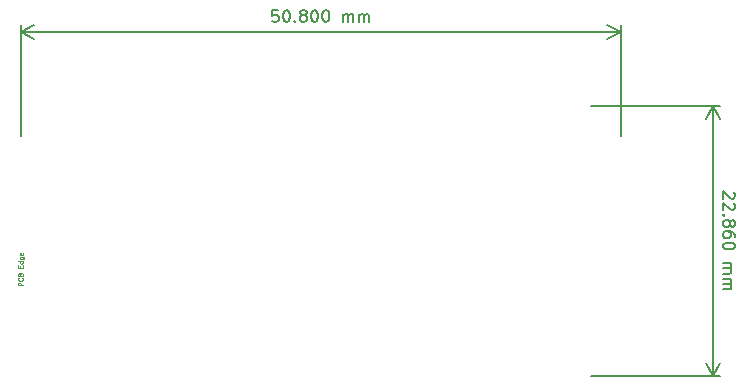
<source format=gbr>
G04 #@! TF.GenerationSoftware,KiCad,Pcbnew,(5.1.4)-1*
G04 #@! TF.CreationDate,2020-02-24T10:19:24-05:00*
G04 #@! TF.ProjectId,Feather-NEO-M9N-GPS,46656174-6865-4722-9d4e-454f2d4d394e,rev?*
G04 #@! TF.SameCoordinates,Original*
G04 #@! TF.FileFunction,Drawing*
%FSLAX46Y46*%
G04 Gerber Fmt 4.6, Leading zero omitted, Abs format (unit mm)*
G04 Created by KiCad (PCBNEW (5.1.4)-1) date 2020-02-24 10:19:24*
%MOMM*%
%LPD*%
G04 APERTURE LIST*
%ADD10C,0.150000*%
%ADD11C,0.040000*%
G04 APERTURE END LIST*
D10*
X189013880Y-81785342D02*
X189061500Y-81832961D01*
X189109119Y-81928200D01*
X189109119Y-82166295D01*
X189061500Y-82261533D01*
X189013880Y-82309152D01*
X188918642Y-82356771D01*
X188823404Y-82356771D01*
X188680547Y-82309152D01*
X188109119Y-81737723D01*
X188109119Y-82356771D01*
X189013880Y-82737723D02*
X189061500Y-82785342D01*
X189109119Y-82880580D01*
X189109119Y-83118676D01*
X189061500Y-83213914D01*
X189013880Y-83261533D01*
X188918642Y-83309152D01*
X188823404Y-83309152D01*
X188680547Y-83261533D01*
X188109119Y-82690104D01*
X188109119Y-83309152D01*
X188204357Y-83737723D02*
X188156738Y-83785342D01*
X188109119Y-83737723D01*
X188156738Y-83690104D01*
X188204357Y-83737723D01*
X188109119Y-83737723D01*
X188680547Y-84356771D02*
X188728166Y-84261533D01*
X188775785Y-84213914D01*
X188871023Y-84166295D01*
X188918642Y-84166295D01*
X189013880Y-84213914D01*
X189061500Y-84261533D01*
X189109119Y-84356771D01*
X189109119Y-84547247D01*
X189061500Y-84642485D01*
X189013880Y-84690104D01*
X188918642Y-84737723D01*
X188871023Y-84737723D01*
X188775785Y-84690104D01*
X188728166Y-84642485D01*
X188680547Y-84547247D01*
X188680547Y-84356771D01*
X188632928Y-84261533D01*
X188585309Y-84213914D01*
X188490071Y-84166295D01*
X188299595Y-84166295D01*
X188204357Y-84213914D01*
X188156738Y-84261533D01*
X188109119Y-84356771D01*
X188109119Y-84547247D01*
X188156738Y-84642485D01*
X188204357Y-84690104D01*
X188299595Y-84737723D01*
X188490071Y-84737723D01*
X188585309Y-84690104D01*
X188632928Y-84642485D01*
X188680547Y-84547247D01*
X189109119Y-85594866D02*
X189109119Y-85404390D01*
X189061500Y-85309152D01*
X189013880Y-85261533D01*
X188871023Y-85166295D01*
X188680547Y-85118676D01*
X188299595Y-85118676D01*
X188204357Y-85166295D01*
X188156738Y-85213914D01*
X188109119Y-85309152D01*
X188109119Y-85499628D01*
X188156738Y-85594866D01*
X188204357Y-85642485D01*
X188299595Y-85690104D01*
X188537690Y-85690104D01*
X188632928Y-85642485D01*
X188680547Y-85594866D01*
X188728166Y-85499628D01*
X188728166Y-85309152D01*
X188680547Y-85213914D01*
X188632928Y-85166295D01*
X188537690Y-85118676D01*
X189109119Y-86309152D02*
X189109119Y-86404390D01*
X189061500Y-86499628D01*
X189013880Y-86547247D01*
X188918642Y-86594866D01*
X188728166Y-86642485D01*
X188490071Y-86642485D01*
X188299595Y-86594866D01*
X188204357Y-86547247D01*
X188156738Y-86499628D01*
X188109119Y-86404390D01*
X188109119Y-86309152D01*
X188156738Y-86213914D01*
X188204357Y-86166295D01*
X188299595Y-86118676D01*
X188490071Y-86071057D01*
X188728166Y-86071057D01*
X188918642Y-86118676D01*
X189013880Y-86166295D01*
X189061500Y-86213914D01*
X189109119Y-86309152D01*
X188109119Y-87832961D02*
X188775785Y-87832961D01*
X188680547Y-87832961D02*
X188728166Y-87880580D01*
X188775785Y-87975819D01*
X188775785Y-88118676D01*
X188728166Y-88213914D01*
X188632928Y-88261533D01*
X188109119Y-88261533D01*
X188632928Y-88261533D02*
X188728166Y-88309152D01*
X188775785Y-88404390D01*
X188775785Y-88547247D01*
X188728166Y-88642485D01*
X188632928Y-88690104D01*
X188109119Y-88690104D01*
X188109119Y-89166295D02*
X188775785Y-89166295D01*
X188680547Y-89166295D02*
X188728166Y-89213914D01*
X188775785Y-89309152D01*
X188775785Y-89452009D01*
X188728166Y-89547247D01*
X188632928Y-89594866D01*
X188109119Y-89594866D01*
X188632928Y-89594866D02*
X188728166Y-89642485D01*
X188775785Y-89737723D01*
X188775785Y-89880580D01*
X188728166Y-89975819D01*
X188632928Y-90023438D01*
X188109119Y-90023438D01*
X187261500Y-74498200D02*
X187261500Y-97358200D01*
X176898300Y-74498200D02*
X187847921Y-74498200D01*
X176898300Y-97358200D02*
X187847921Y-97358200D01*
X187261500Y-97358200D02*
X186675079Y-96231696D01*
X187261500Y-97358200D02*
X187847921Y-96231696D01*
X187261500Y-74498200D02*
X186675079Y-75624704D01*
X187261500Y-74498200D02*
X187847921Y-75624704D01*
X150419252Y-66389480D02*
X149943061Y-66389480D01*
X149895442Y-66865671D01*
X149943061Y-66818052D01*
X150038300Y-66770433D01*
X150276395Y-66770433D01*
X150371633Y-66818052D01*
X150419252Y-66865671D01*
X150466871Y-66960909D01*
X150466871Y-67199004D01*
X150419252Y-67294242D01*
X150371633Y-67341861D01*
X150276395Y-67389480D01*
X150038300Y-67389480D01*
X149943061Y-67341861D01*
X149895442Y-67294242D01*
X151085919Y-66389480D02*
X151181157Y-66389480D01*
X151276395Y-66437100D01*
X151324014Y-66484719D01*
X151371633Y-66579957D01*
X151419252Y-66770433D01*
X151419252Y-67008528D01*
X151371633Y-67199004D01*
X151324014Y-67294242D01*
X151276395Y-67341861D01*
X151181157Y-67389480D01*
X151085919Y-67389480D01*
X150990680Y-67341861D01*
X150943061Y-67294242D01*
X150895442Y-67199004D01*
X150847823Y-67008528D01*
X150847823Y-66770433D01*
X150895442Y-66579957D01*
X150943061Y-66484719D01*
X150990680Y-66437100D01*
X151085919Y-66389480D01*
X151847823Y-67294242D02*
X151895442Y-67341861D01*
X151847823Y-67389480D01*
X151800204Y-67341861D01*
X151847823Y-67294242D01*
X151847823Y-67389480D01*
X152466871Y-66818052D02*
X152371633Y-66770433D01*
X152324014Y-66722814D01*
X152276395Y-66627576D01*
X152276395Y-66579957D01*
X152324014Y-66484719D01*
X152371633Y-66437100D01*
X152466871Y-66389480D01*
X152657347Y-66389480D01*
X152752585Y-66437100D01*
X152800204Y-66484719D01*
X152847823Y-66579957D01*
X152847823Y-66627576D01*
X152800204Y-66722814D01*
X152752585Y-66770433D01*
X152657347Y-66818052D01*
X152466871Y-66818052D01*
X152371633Y-66865671D01*
X152324014Y-66913290D01*
X152276395Y-67008528D01*
X152276395Y-67199004D01*
X152324014Y-67294242D01*
X152371633Y-67341861D01*
X152466871Y-67389480D01*
X152657347Y-67389480D01*
X152752585Y-67341861D01*
X152800204Y-67294242D01*
X152847823Y-67199004D01*
X152847823Y-67008528D01*
X152800204Y-66913290D01*
X152752585Y-66865671D01*
X152657347Y-66818052D01*
X153466871Y-66389480D02*
X153562109Y-66389480D01*
X153657347Y-66437100D01*
X153704966Y-66484719D01*
X153752585Y-66579957D01*
X153800204Y-66770433D01*
X153800204Y-67008528D01*
X153752585Y-67199004D01*
X153704966Y-67294242D01*
X153657347Y-67341861D01*
X153562109Y-67389480D01*
X153466871Y-67389480D01*
X153371633Y-67341861D01*
X153324014Y-67294242D01*
X153276395Y-67199004D01*
X153228776Y-67008528D01*
X153228776Y-66770433D01*
X153276395Y-66579957D01*
X153324014Y-66484719D01*
X153371633Y-66437100D01*
X153466871Y-66389480D01*
X154419252Y-66389480D02*
X154514490Y-66389480D01*
X154609728Y-66437100D01*
X154657347Y-66484719D01*
X154704966Y-66579957D01*
X154752585Y-66770433D01*
X154752585Y-67008528D01*
X154704966Y-67199004D01*
X154657347Y-67294242D01*
X154609728Y-67341861D01*
X154514490Y-67389480D01*
X154419252Y-67389480D01*
X154324014Y-67341861D01*
X154276395Y-67294242D01*
X154228776Y-67199004D01*
X154181157Y-67008528D01*
X154181157Y-66770433D01*
X154228776Y-66579957D01*
X154276395Y-66484719D01*
X154324014Y-66437100D01*
X154419252Y-66389480D01*
X155943061Y-67389480D02*
X155943061Y-66722814D01*
X155943061Y-66818052D02*
X155990680Y-66770433D01*
X156085919Y-66722814D01*
X156228776Y-66722814D01*
X156324014Y-66770433D01*
X156371633Y-66865671D01*
X156371633Y-67389480D01*
X156371633Y-66865671D02*
X156419252Y-66770433D01*
X156514490Y-66722814D01*
X156657347Y-66722814D01*
X156752585Y-66770433D01*
X156800204Y-66865671D01*
X156800204Y-67389480D01*
X157276395Y-67389480D02*
X157276395Y-66722814D01*
X157276395Y-66818052D02*
X157324014Y-66770433D01*
X157419252Y-66722814D01*
X157562109Y-66722814D01*
X157657347Y-66770433D01*
X157704966Y-66865671D01*
X157704966Y-67389480D01*
X157704966Y-66865671D02*
X157752585Y-66770433D01*
X157847823Y-66722814D01*
X157990680Y-66722814D01*
X158085919Y-66770433D01*
X158133538Y-66865671D01*
X158133538Y-67389480D01*
X128638300Y-68237100D02*
X179438300Y-68237100D01*
X128638300Y-77038200D02*
X128638300Y-67650679D01*
X179438300Y-77038200D02*
X179438300Y-67650679D01*
X179438300Y-68237100D02*
X178311796Y-68823521D01*
X179438300Y-68237100D02*
X178311796Y-67650679D01*
X128638300Y-68237100D02*
X129764804Y-68823521D01*
X128638300Y-68237100D02*
X129764804Y-67650679D01*
D11*
X128818792Y-89692308D02*
X128418792Y-89692308D01*
X128418792Y-89539927D01*
X128437840Y-89501832D01*
X128456887Y-89482784D01*
X128494982Y-89463737D01*
X128552125Y-89463737D01*
X128590220Y-89482784D01*
X128609268Y-89501832D01*
X128628316Y-89539927D01*
X128628316Y-89692308D01*
X128780697Y-89063737D02*
X128799744Y-89082784D01*
X128818792Y-89139927D01*
X128818792Y-89178022D01*
X128799744Y-89235165D01*
X128761649Y-89273260D01*
X128723554Y-89292308D01*
X128647363Y-89311356D01*
X128590220Y-89311356D01*
X128514030Y-89292308D01*
X128475935Y-89273260D01*
X128437840Y-89235165D01*
X128418792Y-89178022D01*
X128418792Y-89139927D01*
X128437840Y-89082784D01*
X128456887Y-89063737D01*
X128609268Y-88758975D02*
X128628316Y-88701832D01*
X128647363Y-88682784D01*
X128685459Y-88663737D01*
X128742601Y-88663737D01*
X128780697Y-88682784D01*
X128799744Y-88701832D01*
X128818792Y-88739927D01*
X128818792Y-88892308D01*
X128418792Y-88892308D01*
X128418792Y-88758975D01*
X128437840Y-88720880D01*
X128456887Y-88701832D01*
X128494982Y-88682784D01*
X128533078Y-88682784D01*
X128571173Y-88701832D01*
X128590220Y-88720880D01*
X128609268Y-88758975D01*
X128609268Y-88892308D01*
X128609268Y-88187546D02*
X128609268Y-88054213D01*
X128818792Y-87997070D02*
X128818792Y-88187546D01*
X128418792Y-88187546D01*
X128418792Y-87997070D01*
X128818792Y-87654213D02*
X128418792Y-87654213D01*
X128799744Y-87654213D02*
X128818792Y-87692308D01*
X128818792Y-87768499D01*
X128799744Y-87806594D01*
X128780697Y-87825641D01*
X128742601Y-87844689D01*
X128628316Y-87844689D01*
X128590220Y-87825641D01*
X128571173Y-87806594D01*
X128552125Y-87768499D01*
X128552125Y-87692308D01*
X128571173Y-87654213D01*
X128552125Y-87292308D02*
X128875935Y-87292308D01*
X128914030Y-87311356D01*
X128933078Y-87330403D01*
X128952125Y-87368499D01*
X128952125Y-87425641D01*
X128933078Y-87463737D01*
X128799744Y-87292308D02*
X128818792Y-87330403D01*
X128818792Y-87406594D01*
X128799744Y-87444689D01*
X128780697Y-87463737D01*
X128742601Y-87482784D01*
X128628316Y-87482784D01*
X128590220Y-87463737D01*
X128571173Y-87444689D01*
X128552125Y-87406594D01*
X128552125Y-87330403D01*
X128571173Y-87292308D01*
X128799744Y-86949451D02*
X128818792Y-86987546D01*
X128818792Y-87063737D01*
X128799744Y-87101832D01*
X128761649Y-87120880D01*
X128609268Y-87120880D01*
X128571173Y-87101832D01*
X128552125Y-87063737D01*
X128552125Y-86987546D01*
X128571173Y-86949451D01*
X128609268Y-86930403D01*
X128647363Y-86930403D01*
X128685459Y-87120880D01*
M02*

</source>
